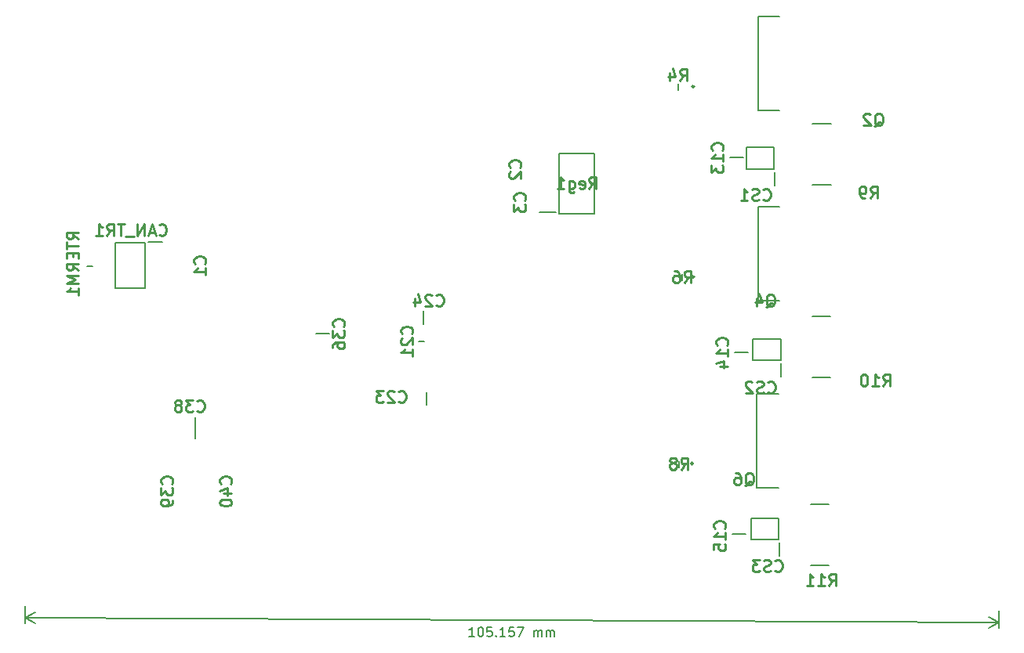
<source format=gbr>
G04 #@! TF.GenerationSoftware,KiCad,Pcbnew,5.0.2+dfsg1-1*
G04 #@! TF.CreationDate,2019-09-30T17:17:48-04:00*
G04 #@! TF.ProjectId,DSC_motor_controller,4453435f-6d6f-4746-9f72-5f636f6e7472,rev?*
G04 #@! TF.SameCoordinates,Original*
G04 #@! TF.FileFunction,Legend,Bot*
G04 #@! TF.FilePolarity,Positive*
%FSLAX46Y46*%
G04 Gerber Fmt 4.6, Leading zero omitted, Abs format (unit mm)*
G04 Created by KiCad (PCBNEW 5.0.2+dfsg1-1) date Mon 30 Sep 2019 05:17:48 PM EDT*
%MOMM*%
%LPD*%
G01*
G04 APERTURE LIST*
%ADD10C,0.150000*%
%ADD11C,0.200000*%
%ADD12C,0.254000*%
G04 APERTURE END LIST*
D10*
X105030821Y-199600004D02*
X104459399Y-199597243D01*
X104745110Y-199598623D02*
X104749941Y-198598635D01*
X104654014Y-198741030D01*
X104558317Y-198835807D01*
X104462850Y-198882966D01*
X105654693Y-198603006D02*
X105749930Y-198603466D01*
X105844936Y-198651545D01*
X105892325Y-198699393D01*
X105939483Y-198794860D01*
X105986182Y-198985564D01*
X105985031Y-199223657D01*
X105936493Y-199413900D01*
X105888414Y-199508907D01*
X105840566Y-199556296D01*
X105745099Y-199603454D01*
X105649862Y-199602994D01*
X105554855Y-199554916D01*
X105507466Y-199507067D01*
X105460308Y-199411600D01*
X105413610Y-199220896D01*
X105414760Y-198982804D01*
X105463298Y-198792560D01*
X105511377Y-198697553D01*
X105559226Y-198650164D01*
X105654693Y-198603006D01*
X106892773Y-198608987D02*
X106416588Y-198606687D01*
X106366670Y-199082641D01*
X106414518Y-199035253D01*
X106509985Y-198988095D01*
X106748078Y-198989245D01*
X106843084Y-199037323D01*
X106890473Y-199085172D01*
X106937631Y-199180639D01*
X106936481Y-199418731D01*
X106888403Y-199513738D01*
X106840554Y-199561127D01*
X106745087Y-199608285D01*
X106506995Y-199607135D01*
X106411988Y-199559056D01*
X106364599Y-199511208D01*
X107364587Y-199516039D02*
X107411976Y-199563887D01*
X107364127Y-199611276D01*
X107316739Y-199563427D01*
X107364587Y-199516039D01*
X107364127Y-199611276D01*
X108364116Y-199616107D02*
X107792694Y-199613346D01*
X108078405Y-199614726D02*
X108083236Y-198614738D01*
X107987309Y-198757133D01*
X107891611Y-198851910D01*
X107796144Y-198899069D01*
X109273698Y-198620489D02*
X108797513Y-198618189D01*
X108747594Y-199094143D01*
X108795443Y-199046755D01*
X108890910Y-198999597D01*
X109129002Y-199000747D01*
X109224009Y-199048825D01*
X109271398Y-199096674D01*
X109318556Y-199192141D01*
X109317406Y-199430233D01*
X109269327Y-199525240D01*
X109221479Y-199572629D01*
X109126012Y-199619787D01*
X108887919Y-199618637D01*
X108792912Y-199570558D01*
X108745524Y-199522710D01*
X109654646Y-198622329D02*
X110321305Y-198625550D01*
X109887907Y-199623468D01*
X111459318Y-199631059D02*
X111462538Y-198964400D01*
X111462078Y-199059637D02*
X111509927Y-199012249D01*
X111605394Y-198965090D01*
X111748249Y-198965781D01*
X111843256Y-199013859D01*
X111890415Y-199109326D01*
X111887884Y-199633130D01*
X111890415Y-199109326D02*
X111938493Y-199014319D01*
X112033960Y-198967161D01*
X112176816Y-198967851D01*
X112271823Y-199015930D01*
X112318981Y-199111397D01*
X112316451Y-199635200D01*
X112792635Y-199637500D02*
X112795856Y-198970841D01*
X112795396Y-199066078D02*
X112843245Y-199018690D01*
X112938712Y-198971532D01*
X113081567Y-198972222D01*
X113176574Y-199020300D01*
X113223732Y-199115767D01*
X113221202Y-199639571D01*
X113223732Y-199115767D02*
X113271811Y-199020760D01*
X113367278Y-198973602D01*
X113510133Y-198974292D01*
X113605140Y-199022371D01*
X113652299Y-199117838D01*
X113649768Y-199641641D01*
X56508859Y-197613197D02*
X161664859Y-198121197D01*
X56515000Y-196342000D02*
X56506026Y-198199611D01*
X161671000Y-196850000D02*
X161662026Y-198707611D01*
X161664859Y-198121197D02*
X160535535Y-198702169D01*
X161664859Y-198121197D02*
X160541201Y-197529341D01*
X56508859Y-197613197D02*
X57632517Y-198205053D01*
X56508859Y-197613197D02*
X57638183Y-197032225D01*
D11*
G04 #@! TO.C,C15*
X134304000Y-188544000D02*
X132904000Y-188544000D01*
D12*
G04 #@! TO.C,Q4*
X128767160Y-160704000D02*
G75*
G03X128767160Y-160704000I-113160J0D01*
G01*
D11*
X135660000Y-163322000D02*
X137991000Y-163322000D01*
X135660000Y-153162000D02*
X137991000Y-153162000D01*
X135660000Y-163322000D02*
X135660000Y-153162000D01*
G04 #@! TO.C,R11*
X143307000Y-191894000D02*
X141307000Y-191894000D01*
X143307000Y-185294000D02*
X141307000Y-185294000D01*
D12*
G04 #@! TO.C,Q6*
X128633160Y-180897000D02*
G75*
G03X128633160Y-180897000I-113160J0D01*
G01*
D11*
X135526000Y-183515000D02*
X137857000Y-183515000D01*
X135526000Y-173355000D02*
X137857000Y-173355000D01*
X135526000Y-183515000D02*
X135526000Y-173355000D01*
D12*
G04 #@! TO.C,Q2*
X128767160Y-140130000D02*
G75*
G03X128767160Y-140130000I-113160J0D01*
G01*
D11*
X135660000Y-142748000D02*
X137991000Y-142748000D01*
X135660000Y-132588000D02*
X137991000Y-132588000D01*
X135660000Y-142748000D02*
X135660000Y-132588000D01*
G04 #@! TO.C,R10*
X143494000Y-171575000D02*
X141494000Y-171575000D01*
X143494000Y-164975000D02*
X141494000Y-164975000D01*
G04 #@! TO.C,R9*
X143554000Y-150746000D02*
X141554000Y-150746000D01*
X143554000Y-144146000D02*
X141554000Y-144146000D01*
G04 #@! TO.C,C38*
X74854000Y-178188000D02*
X74854000Y-175888000D01*
G04 #@! TO.C,C21*
X99014000Y-167678000D02*
X99614000Y-167678000D01*
G04 #@! TO.C,C23*
X99822000Y-173163000D02*
X99822000Y-174563000D01*
G04 #@! TO.C,C24*
X99492000Y-164400000D02*
X99492000Y-165800000D01*
G04 #@! TO.C,Reg1*
X112053000Y-153747000D02*
X113803000Y-153747000D01*
X114153000Y-147372000D02*
X114153000Y-153872000D01*
X118003000Y-147372000D02*
X114153000Y-147372000D01*
X118003000Y-153872000D02*
X118003000Y-147372000D01*
X114153000Y-153872000D02*
X118003000Y-153872000D01*
G04 #@! TO.C,RTERM1*
X63825000Y-159550000D02*
X63175000Y-159550000D01*
G04 #@! TO.C,R8*
X127127000Y-181300000D02*
X127127000Y-180650000D01*
G04 #@! TO.C,R6*
X127470000Y-161107000D02*
X127470000Y-160457000D01*
G04 #@! TO.C,R4*
X127000000Y-140533000D02*
X127000000Y-139883000D01*
G04 #@! TO.C,CS3*
X137948000Y-190910000D02*
X137948000Y-189460000D01*
X134898000Y-189110000D02*
X137898000Y-189110000D01*
X134898000Y-186810000D02*
X134898000Y-189110000D01*
X137898000Y-186810000D02*
X134898000Y-186810000D01*
X137898000Y-189110000D02*
X137898000Y-186810000D01*
G04 #@! TO.C,CS2*
X138138500Y-171545000D02*
X138138500Y-170095000D01*
X135088500Y-169745000D02*
X138088500Y-169745000D01*
X135088500Y-167445000D02*
X135088500Y-169745000D01*
X138088500Y-167445000D02*
X135088500Y-167445000D01*
X138088500Y-169745000D02*
X138088500Y-167445000D01*
G04 #@! TO.C,CS1*
X137440000Y-150841500D02*
X137440000Y-149391500D01*
X134390000Y-149041500D02*
X137390000Y-149041500D01*
X134390000Y-146741500D02*
X134390000Y-149041500D01*
X137390000Y-146741500D02*
X134390000Y-146741500D01*
X137390000Y-149041500D02*
X137390000Y-146741500D01*
G04 #@! TO.C,CAN_TR1*
X71356500Y-156932000D02*
X69831500Y-156932000D01*
X69481500Y-161962000D02*
X69481500Y-157062000D01*
X66281500Y-161962000D02*
X69481500Y-161962000D01*
X66281500Y-157062000D02*
X66281500Y-161962000D01*
X69481500Y-157062000D02*
X66281500Y-157062000D01*
G04 #@! TO.C,C36*
X89346000Y-166878000D02*
X87946000Y-166878000D01*
G04 #@! TO.C,C14*
X134558000Y-168910000D02*
X133158000Y-168910000D01*
G04 #@! TO.C,C13*
X132650000Y-147828000D02*
X134050000Y-147828000D01*
G04 #@! TO.C,C15*
D12*
X132025571Y-187905571D02*
X132086047Y-187845095D01*
X132146523Y-187663666D01*
X132146523Y-187542714D01*
X132086047Y-187361285D01*
X131965095Y-187240333D01*
X131844142Y-187179857D01*
X131602238Y-187119380D01*
X131420809Y-187119380D01*
X131178904Y-187179857D01*
X131057952Y-187240333D01*
X130937000Y-187361285D01*
X130876523Y-187542714D01*
X130876523Y-187663666D01*
X130937000Y-187845095D01*
X130997476Y-187905571D01*
X132146523Y-189115095D02*
X132146523Y-188389380D01*
X132146523Y-188752238D02*
X130876523Y-188752238D01*
X131057952Y-188631285D01*
X131178904Y-188510333D01*
X131239380Y-188389380D01*
X130876523Y-190264142D02*
X130876523Y-189659380D01*
X131481285Y-189598904D01*
X131420809Y-189659380D01*
X131360333Y-189780333D01*
X131360333Y-190082714D01*
X131420809Y-190203666D01*
X131481285Y-190264142D01*
X131602238Y-190324619D01*
X131904619Y-190324619D01*
X132025571Y-190264142D01*
X132086047Y-190203666D01*
X132146523Y-190082714D01*
X132146523Y-189780333D01*
X132086047Y-189659380D01*
X132025571Y-189598904D01*
G04 #@! TO.C,C40*
X78685571Y-183079571D02*
X78746047Y-183019095D01*
X78806523Y-182837666D01*
X78806523Y-182716714D01*
X78746047Y-182535285D01*
X78625095Y-182414333D01*
X78504142Y-182353857D01*
X78262238Y-182293380D01*
X78080809Y-182293380D01*
X77838904Y-182353857D01*
X77717952Y-182414333D01*
X77597000Y-182535285D01*
X77536523Y-182716714D01*
X77536523Y-182837666D01*
X77597000Y-183019095D01*
X77657476Y-183079571D01*
X77959857Y-184168142D02*
X78806523Y-184168142D01*
X77476047Y-183865761D02*
X78383190Y-183563380D01*
X78383190Y-184349571D01*
X77536523Y-185075285D02*
X77536523Y-185196238D01*
X77597000Y-185317190D01*
X77657476Y-185377666D01*
X77778428Y-185438142D01*
X78020333Y-185498619D01*
X78322714Y-185498619D01*
X78564619Y-185438142D01*
X78685571Y-185377666D01*
X78746047Y-185317190D01*
X78806523Y-185196238D01*
X78806523Y-185075285D01*
X78746047Y-184954333D01*
X78685571Y-184893857D01*
X78564619Y-184833380D01*
X78322714Y-184772904D01*
X78020333Y-184772904D01*
X77778428Y-184833380D01*
X77657476Y-184893857D01*
X77597000Y-184954333D01*
X77536523Y-185075285D01*
G04 #@! TO.C,C39*
X72335571Y-183079571D02*
X72396047Y-183019095D01*
X72456523Y-182837666D01*
X72456523Y-182716714D01*
X72396047Y-182535285D01*
X72275095Y-182414333D01*
X72154142Y-182353857D01*
X71912238Y-182293380D01*
X71730809Y-182293380D01*
X71488904Y-182353857D01*
X71367952Y-182414333D01*
X71247000Y-182535285D01*
X71186523Y-182716714D01*
X71186523Y-182837666D01*
X71247000Y-183019095D01*
X71307476Y-183079571D01*
X71186523Y-183502904D02*
X71186523Y-184289095D01*
X71670333Y-183865761D01*
X71670333Y-184047190D01*
X71730809Y-184168142D01*
X71791285Y-184228619D01*
X71912238Y-184289095D01*
X72214619Y-184289095D01*
X72335571Y-184228619D01*
X72396047Y-184168142D01*
X72456523Y-184047190D01*
X72456523Y-183684333D01*
X72396047Y-183563380D01*
X72335571Y-183502904D01*
X72456523Y-184893857D02*
X72456523Y-185135761D01*
X72396047Y-185256714D01*
X72335571Y-185317190D01*
X72154142Y-185438142D01*
X71912238Y-185498619D01*
X71428428Y-185498619D01*
X71307476Y-185438142D01*
X71247000Y-185377666D01*
X71186523Y-185256714D01*
X71186523Y-185014809D01*
X71247000Y-184893857D01*
X71307476Y-184833380D01*
X71428428Y-184772904D01*
X71730809Y-184772904D01*
X71851761Y-184833380D01*
X71912238Y-184893857D01*
X71972714Y-185014809D01*
X71972714Y-185256714D01*
X71912238Y-185377666D01*
X71851761Y-185438142D01*
X71730809Y-185498619D01*
G04 #@! TO.C,C1*
X75891571Y-159300333D02*
X75952047Y-159239857D01*
X76012523Y-159058428D01*
X76012523Y-158937476D01*
X75952047Y-158756047D01*
X75831095Y-158635095D01*
X75710142Y-158574619D01*
X75468238Y-158514142D01*
X75286809Y-158514142D01*
X75044904Y-158574619D01*
X74923952Y-158635095D01*
X74803000Y-158756047D01*
X74742523Y-158937476D01*
X74742523Y-159058428D01*
X74803000Y-159239857D01*
X74863476Y-159300333D01*
X76012523Y-160509857D02*
X76012523Y-159784142D01*
X76012523Y-160147000D02*
X74742523Y-160147000D01*
X74923952Y-160026047D01*
X75044904Y-159905095D01*
X75105380Y-159784142D01*
G04 #@! TO.C,Q4*
X136518952Y-164017476D02*
X136639904Y-163957000D01*
X136760857Y-163836047D01*
X136942285Y-163654619D01*
X137063238Y-163594142D01*
X137184190Y-163594142D01*
X137123714Y-163896523D02*
X137244666Y-163836047D01*
X137365619Y-163715095D01*
X137426095Y-163473190D01*
X137426095Y-163049857D01*
X137365619Y-162807952D01*
X137244666Y-162687000D01*
X137123714Y-162626523D01*
X136881809Y-162626523D01*
X136760857Y-162687000D01*
X136639904Y-162807952D01*
X136579428Y-163049857D01*
X136579428Y-163473190D01*
X136639904Y-163715095D01*
X136760857Y-163836047D01*
X136881809Y-163896523D01*
X137123714Y-163896523D01*
X135490857Y-163049857D02*
X135490857Y-163896523D01*
X135793238Y-162566047D02*
X136095619Y-163473190D01*
X135309428Y-163473190D01*
G04 #@! TO.C,R11*
X143310428Y-194122523D02*
X143733761Y-193517761D01*
X144036142Y-194122523D02*
X144036142Y-192852523D01*
X143552333Y-192852523D01*
X143431380Y-192913000D01*
X143370904Y-192973476D01*
X143310428Y-193094428D01*
X143310428Y-193275857D01*
X143370904Y-193396809D01*
X143431380Y-193457285D01*
X143552333Y-193517761D01*
X144036142Y-193517761D01*
X142100904Y-194122523D02*
X142826619Y-194122523D01*
X142463761Y-194122523D02*
X142463761Y-192852523D01*
X142584714Y-193033952D01*
X142705666Y-193154904D01*
X142826619Y-193215380D01*
X140891380Y-194122523D02*
X141617095Y-194122523D01*
X141254238Y-194122523D02*
X141254238Y-192852523D01*
X141375190Y-193033952D01*
X141496142Y-193154904D01*
X141617095Y-193215380D01*
G04 #@! TO.C,Q6*
X134232952Y-183321476D02*
X134353904Y-183261000D01*
X134474857Y-183140047D01*
X134656285Y-182958619D01*
X134777238Y-182898142D01*
X134898190Y-182898142D01*
X134837714Y-183200523D02*
X134958666Y-183140047D01*
X135079619Y-183019095D01*
X135140095Y-182777190D01*
X135140095Y-182353857D01*
X135079619Y-182111952D01*
X134958666Y-181991000D01*
X134837714Y-181930523D01*
X134595809Y-181930523D01*
X134474857Y-181991000D01*
X134353904Y-182111952D01*
X134293428Y-182353857D01*
X134293428Y-182777190D01*
X134353904Y-183019095D01*
X134474857Y-183140047D01*
X134595809Y-183200523D01*
X134837714Y-183200523D01*
X133204857Y-181930523D02*
X133446761Y-181930523D01*
X133567714Y-181991000D01*
X133628190Y-182051476D01*
X133749142Y-182232904D01*
X133809619Y-182474809D01*
X133809619Y-182958619D01*
X133749142Y-183079571D01*
X133688666Y-183140047D01*
X133567714Y-183200523D01*
X133325809Y-183200523D01*
X133204857Y-183140047D01*
X133144380Y-183079571D01*
X133083904Y-182958619D01*
X133083904Y-182656238D01*
X133144380Y-182535285D01*
X133204857Y-182474809D01*
X133325809Y-182414333D01*
X133567714Y-182414333D01*
X133688666Y-182474809D01*
X133749142Y-182535285D01*
X133809619Y-182656238D01*
G04 #@! TO.C,Q2*
X148202952Y-144459476D02*
X148323904Y-144399000D01*
X148444857Y-144278047D01*
X148626285Y-144096619D01*
X148747238Y-144036142D01*
X148868190Y-144036142D01*
X148807714Y-144338523D02*
X148928666Y-144278047D01*
X149049619Y-144157095D01*
X149110095Y-143915190D01*
X149110095Y-143491857D01*
X149049619Y-143249952D01*
X148928666Y-143129000D01*
X148807714Y-143068523D01*
X148565809Y-143068523D01*
X148444857Y-143129000D01*
X148323904Y-143249952D01*
X148263428Y-143491857D01*
X148263428Y-143915190D01*
X148323904Y-144157095D01*
X148444857Y-144278047D01*
X148565809Y-144338523D01*
X148807714Y-144338523D01*
X147779619Y-143189476D02*
X147719142Y-143129000D01*
X147598190Y-143068523D01*
X147295809Y-143068523D01*
X147174857Y-143129000D01*
X147114380Y-143189476D01*
X147053904Y-143310428D01*
X147053904Y-143431380D01*
X147114380Y-143612809D01*
X147840095Y-144338523D01*
X147053904Y-144338523D01*
G04 #@! TO.C,R10*
X149152428Y-172532523D02*
X149575761Y-171927761D01*
X149878142Y-172532523D02*
X149878142Y-171262523D01*
X149394333Y-171262523D01*
X149273380Y-171323000D01*
X149212904Y-171383476D01*
X149152428Y-171504428D01*
X149152428Y-171685857D01*
X149212904Y-171806809D01*
X149273380Y-171867285D01*
X149394333Y-171927761D01*
X149878142Y-171927761D01*
X147942904Y-172532523D02*
X148668619Y-172532523D01*
X148305761Y-172532523D02*
X148305761Y-171262523D01*
X148426714Y-171443952D01*
X148547666Y-171564904D01*
X148668619Y-171625380D01*
X147156714Y-171262523D02*
X147035761Y-171262523D01*
X146914809Y-171323000D01*
X146854333Y-171383476D01*
X146793857Y-171504428D01*
X146733380Y-171746333D01*
X146733380Y-172048714D01*
X146793857Y-172290619D01*
X146854333Y-172411571D01*
X146914809Y-172472047D01*
X147035761Y-172532523D01*
X147156714Y-172532523D01*
X147277666Y-172472047D01*
X147338142Y-172411571D01*
X147398619Y-172290619D01*
X147459095Y-172048714D01*
X147459095Y-171746333D01*
X147398619Y-171504428D01*
X147338142Y-171383476D01*
X147277666Y-171323000D01*
X147156714Y-171262523D01*
G04 #@! TO.C,R9*
X147785666Y-152212523D02*
X148209000Y-151607761D01*
X148511380Y-152212523D02*
X148511380Y-150942523D01*
X148027571Y-150942523D01*
X147906619Y-151003000D01*
X147846142Y-151063476D01*
X147785666Y-151184428D01*
X147785666Y-151365857D01*
X147846142Y-151486809D01*
X147906619Y-151547285D01*
X148027571Y-151607761D01*
X148511380Y-151607761D01*
X147180904Y-152212523D02*
X146939000Y-152212523D01*
X146818047Y-152152047D01*
X146757571Y-152091571D01*
X146636619Y-151910142D01*
X146576142Y-151668238D01*
X146576142Y-151184428D01*
X146636619Y-151063476D01*
X146697095Y-151003000D01*
X146818047Y-150942523D01*
X147059952Y-150942523D01*
X147180904Y-151003000D01*
X147241380Y-151063476D01*
X147301857Y-151184428D01*
X147301857Y-151486809D01*
X147241380Y-151607761D01*
X147180904Y-151668238D01*
X147059952Y-151728714D01*
X146818047Y-151728714D01*
X146697095Y-151668238D01*
X146636619Y-151607761D01*
X146576142Y-151486809D01*
G04 #@! TO.C,C38*
X75086428Y-175205571D02*
X75146904Y-175266047D01*
X75328333Y-175326523D01*
X75449285Y-175326523D01*
X75630714Y-175266047D01*
X75751666Y-175145095D01*
X75812142Y-175024142D01*
X75872619Y-174782238D01*
X75872619Y-174600809D01*
X75812142Y-174358904D01*
X75751666Y-174237952D01*
X75630714Y-174117000D01*
X75449285Y-174056523D01*
X75328333Y-174056523D01*
X75146904Y-174117000D01*
X75086428Y-174177476D01*
X74663095Y-174056523D02*
X73876904Y-174056523D01*
X74300238Y-174540333D01*
X74118809Y-174540333D01*
X73997857Y-174600809D01*
X73937380Y-174661285D01*
X73876904Y-174782238D01*
X73876904Y-175084619D01*
X73937380Y-175205571D01*
X73997857Y-175266047D01*
X74118809Y-175326523D01*
X74481666Y-175326523D01*
X74602619Y-175266047D01*
X74663095Y-175205571D01*
X73151190Y-174600809D02*
X73272142Y-174540333D01*
X73332619Y-174479857D01*
X73393095Y-174358904D01*
X73393095Y-174298428D01*
X73332619Y-174177476D01*
X73272142Y-174117000D01*
X73151190Y-174056523D01*
X72909285Y-174056523D01*
X72788333Y-174117000D01*
X72727857Y-174177476D01*
X72667380Y-174298428D01*
X72667380Y-174358904D01*
X72727857Y-174479857D01*
X72788333Y-174540333D01*
X72909285Y-174600809D01*
X73151190Y-174600809D01*
X73272142Y-174661285D01*
X73332619Y-174721761D01*
X73393095Y-174842714D01*
X73393095Y-175084619D01*
X73332619Y-175205571D01*
X73272142Y-175266047D01*
X73151190Y-175326523D01*
X72909285Y-175326523D01*
X72788333Y-175266047D01*
X72727857Y-175205571D01*
X72667380Y-175084619D01*
X72667380Y-174842714D01*
X72727857Y-174721761D01*
X72788333Y-174661285D01*
X72909285Y-174600809D01*
G04 #@! TO.C,C3*
X110435571Y-152442333D02*
X110496047Y-152381857D01*
X110556523Y-152200428D01*
X110556523Y-152079476D01*
X110496047Y-151898047D01*
X110375095Y-151777095D01*
X110254142Y-151716619D01*
X110012238Y-151656142D01*
X109830809Y-151656142D01*
X109588904Y-151716619D01*
X109467952Y-151777095D01*
X109347000Y-151898047D01*
X109286523Y-152079476D01*
X109286523Y-152200428D01*
X109347000Y-152381857D01*
X109407476Y-152442333D01*
X109286523Y-152865666D02*
X109286523Y-153651857D01*
X109770333Y-153228523D01*
X109770333Y-153409952D01*
X109830809Y-153530904D01*
X109891285Y-153591380D01*
X110012238Y-153651857D01*
X110314619Y-153651857D01*
X110435571Y-153591380D01*
X110496047Y-153530904D01*
X110556523Y-153409952D01*
X110556523Y-153047095D01*
X110496047Y-152926142D01*
X110435571Y-152865666D01*
G04 #@! TO.C,C2*
X109927571Y-148886333D02*
X109988047Y-148825857D01*
X110048523Y-148644428D01*
X110048523Y-148523476D01*
X109988047Y-148342047D01*
X109867095Y-148221095D01*
X109746142Y-148160619D01*
X109504238Y-148100142D01*
X109322809Y-148100142D01*
X109080904Y-148160619D01*
X108959952Y-148221095D01*
X108839000Y-148342047D01*
X108778523Y-148523476D01*
X108778523Y-148644428D01*
X108839000Y-148825857D01*
X108899476Y-148886333D01*
X108899476Y-149370142D02*
X108839000Y-149430619D01*
X108778523Y-149551571D01*
X108778523Y-149853952D01*
X108839000Y-149974904D01*
X108899476Y-150035380D01*
X109020428Y-150095857D01*
X109141380Y-150095857D01*
X109322809Y-150035380D01*
X110048523Y-149309666D01*
X110048523Y-150095857D01*
G04 #@! TO.C,C21*
X98243571Y-166861571D02*
X98304047Y-166801095D01*
X98364523Y-166619666D01*
X98364523Y-166498714D01*
X98304047Y-166317285D01*
X98183095Y-166196333D01*
X98062142Y-166135857D01*
X97820238Y-166075380D01*
X97638809Y-166075380D01*
X97396904Y-166135857D01*
X97275952Y-166196333D01*
X97155000Y-166317285D01*
X97094523Y-166498714D01*
X97094523Y-166619666D01*
X97155000Y-166801095D01*
X97215476Y-166861571D01*
X97215476Y-167345380D02*
X97155000Y-167405857D01*
X97094523Y-167526809D01*
X97094523Y-167829190D01*
X97155000Y-167950142D01*
X97215476Y-168010619D01*
X97336428Y-168071095D01*
X97457380Y-168071095D01*
X97638809Y-168010619D01*
X98364523Y-167284904D01*
X98364523Y-168071095D01*
X98364523Y-169280619D02*
X98364523Y-168554904D01*
X98364523Y-168917761D02*
X97094523Y-168917761D01*
X97275952Y-168796809D01*
X97396904Y-168675857D01*
X97457380Y-168554904D01*
G04 #@! TO.C,C23*
X96828428Y-174189571D02*
X96888904Y-174250047D01*
X97070333Y-174310523D01*
X97191285Y-174310523D01*
X97372714Y-174250047D01*
X97493666Y-174129095D01*
X97554142Y-174008142D01*
X97614619Y-173766238D01*
X97614619Y-173584809D01*
X97554142Y-173342904D01*
X97493666Y-173221952D01*
X97372714Y-173101000D01*
X97191285Y-173040523D01*
X97070333Y-173040523D01*
X96888904Y-173101000D01*
X96828428Y-173161476D01*
X96344619Y-173161476D02*
X96284142Y-173101000D01*
X96163190Y-173040523D01*
X95860809Y-173040523D01*
X95739857Y-173101000D01*
X95679380Y-173161476D01*
X95618904Y-173282428D01*
X95618904Y-173403380D01*
X95679380Y-173584809D01*
X96405095Y-174310523D01*
X95618904Y-174310523D01*
X95195571Y-173040523D02*
X94409380Y-173040523D01*
X94832714Y-173524333D01*
X94651285Y-173524333D01*
X94530333Y-173584809D01*
X94469857Y-173645285D01*
X94409380Y-173766238D01*
X94409380Y-174068619D01*
X94469857Y-174189571D01*
X94530333Y-174250047D01*
X94651285Y-174310523D01*
X95014142Y-174310523D01*
X95135095Y-174250047D01*
X95195571Y-174189571D01*
G04 #@! TO.C,C24*
X100892428Y-163775571D02*
X100952904Y-163836047D01*
X101134333Y-163896523D01*
X101255285Y-163896523D01*
X101436714Y-163836047D01*
X101557666Y-163715095D01*
X101618142Y-163594142D01*
X101678619Y-163352238D01*
X101678619Y-163170809D01*
X101618142Y-162928904D01*
X101557666Y-162807952D01*
X101436714Y-162687000D01*
X101255285Y-162626523D01*
X101134333Y-162626523D01*
X100952904Y-162687000D01*
X100892428Y-162747476D01*
X100408619Y-162747476D02*
X100348142Y-162687000D01*
X100227190Y-162626523D01*
X99924809Y-162626523D01*
X99803857Y-162687000D01*
X99743380Y-162747476D01*
X99682904Y-162868428D01*
X99682904Y-162989380D01*
X99743380Y-163170809D01*
X100469095Y-163896523D01*
X99682904Y-163896523D01*
X98594333Y-163049857D02*
X98594333Y-163896523D01*
X98896714Y-162566047D02*
X99199095Y-163473190D01*
X98412904Y-163473190D01*
G04 #@! TO.C,Reg1*
X117408476Y-151196523D02*
X117831809Y-150591761D01*
X118134190Y-151196523D02*
X118134190Y-149926523D01*
X117650380Y-149926523D01*
X117529428Y-149987000D01*
X117468952Y-150047476D01*
X117408476Y-150168428D01*
X117408476Y-150349857D01*
X117468952Y-150470809D01*
X117529428Y-150531285D01*
X117650380Y-150591761D01*
X118134190Y-150591761D01*
X116380380Y-151136047D02*
X116501333Y-151196523D01*
X116743238Y-151196523D01*
X116864190Y-151136047D01*
X116924666Y-151015095D01*
X116924666Y-150531285D01*
X116864190Y-150410333D01*
X116743238Y-150349857D01*
X116501333Y-150349857D01*
X116380380Y-150410333D01*
X116319904Y-150531285D01*
X116319904Y-150652238D01*
X116924666Y-150773190D01*
X115231333Y-150349857D02*
X115231333Y-151377952D01*
X115291809Y-151498904D01*
X115352285Y-151559380D01*
X115473238Y-151619857D01*
X115654666Y-151619857D01*
X115775619Y-151559380D01*
X115231333Y-151136047D02*
X115352285Y-151196523D01*
X115594190Y-151196523D01*
X115715142Y-151136047D01*
X115775619Y-151075571D01*
X115836095Y-150954619D01*
X115836095Y-150591761D01*
X115775619Y-150470809D01*
X115715142Y-150410333D01*
X115594190Y-150349857D01*
X115352285Y-150349857D01*
X115231333Y-150410333D01*
X113961333Y-151196523D02*
X114687047Y-151196523D01*
X114324190Y-151196523D02*
X114324190Y-149926523D01*
X114445142Y-150107952D01*
X114566095Y-150228904D01*
X114687047Y-150289380D01*
G04 #@! TO.C,RTERM1*
X62296523Y-156627285D02*
X61691761Y-156203952D01*
X62296523Y-155901571D02*
X61026523Y-155901571D01*
X61026523Y-156385380D01*
X61087000Y-156506333D01*
X61147476Y-156566809D01*
X61268428Y-156627285D01*
X61449857Y-156627285D01*
X61570809Y-156566809D01*
X61631285Y-156506333D01*
X61691761Y-156385380D01*
X61691761Y-155901571D01*
X61026523Y-156990142D02*
X61026523Y-157715857D01*
X62296523Y-157353000D02*
X61026523Y-157353000D01*
X61631285Y-158139190D02*
X61631285Y-158562523D01*
X62296523Y-158743952D02*
X62296523Y-158139190D01*
X61026523Y-158139190D01*
X61026523Y-158743952D01*
X62296523Y-160013952D02*
X61691761Y-159590619D01*
X62296523Y-159288238D02*
X61026523Y-159288238D01*
X61026523Y-159772047D01*
X61087000Y-159893000D01*
X61147476Y-159953476D01*
X61268428Y-160013952D01*
X61449857Y-160013952D01*
X61570809Y-159953476D01*
X61631285Y-159893000D01*
X61691761Y-159772047D01*
X61691761Y-159288238D01*
X62296523Y-160558238D02*
X61026523Y-160558238D01*
X61933666Y-160981571D01*
X61026523Y-161404904D01*
X62296523Y-161404904D01*
X62296523Y-162674904D02*
X62296523Y-161949190D01*
X62296523Y-162312047D02*
X61026523Y-162312047D01*
X61207952Y-162191095D01*
X61328904Y-162070142D01*
X61389380Y-161949190D01*
G04 #@! TO.C,R8*
X127338666Y-181549523D02*
X127762000Y-180944761D01*
X128064380Y-181549523D02*
X128064380Y-180279523D01*
X127580571Y-180279523D01*
X127459619Y-180340000D01*
X127399142Y-180400476D01*
X127338666Y-180521428D01*
X127338666Y-180702857D01*
X127399142Y-180823809D01*
X127459619Y-180884285D01*
X127580571Y-180944761D01*
X128064380Y-180944761D01*
X126612952Y-180823809D02*
X126733904Y-180763333D01*
X126794380Y-180702857D01*
X126854857Y-180581904D01*
X126854857Y-180521428D01*
X126794380Y-180400476D01*
X126733904Y-180340000D01*
X126612952Y-180279523D01*
X126371047Y-180279523D01*
X126250095Y-180340000D01*
X126189619Y-180400476D01*
X126129142Y-180521428D01*
X126129142Y-180581904D01*
X126189619Y-180702857D01*
X126250095Y-180763333D01*
X126371047Y-180823809D01*
X126612952Y-180823809D01*
X126733904Y-180884285D01*
X126794380Y-180944761D01*
X126854857Y-181065714D01*
X126854857Y-181307619D01*
X126794380Y-181428571D01*
X126733904Y-181489047D01*
X126612952Y-181549523D01*
X126371047Y-181549523D01*
X126250095Y-181489047D01*
X126189619Y-181428571D01*
X126129142Y-181307619D01*
X126129142Y-181065714D01*
X126189619Y-180944761D01*
X126250095Y-180884285D01*
X126371047Y-180823809D01*
G04 #@! TO.C,R6*
X127681666Y-161356523D02*
X128105000Y-160751761D01*
X128407380Y-161356523D02*
X128407380Y-160086523D01*
X127923571Y-160086523D01*
X127802619Y-160147000D01*
X127742142Y-160207476D01*
X127681666Y-160328428D01*
X127681666Y-160509857D01*
X127742142Y-160630809D01*
X127802619Y-160691285D01*
X127923571Y-160751761D01*
X128407380Y-160751761D01*
X126593095Y-160086523D02*
X126835000Y-160086523D01*
X126955952Y-160147000D01*
X127016428Y-160207476D01*
X127137380Y-160388904D01*
X127197857Y-160630809D01*
X127197857Y-161114619D01*
X127137380Y-161235571D01*
X127076904Y-161296047D01*
X126955952Y-161356523D01*
X126714047Y-161356523D01*
X126593095Y-161296047D01*
X126532619Y-161235571D01*
X126472142Y-161114619D01*
X126472142Y-160812238D01*
X126532619Y-160691285D01*
X126593095Y-160630809D01*
X126714047Y-160570333D01*
X126955952Y-160570333D01*
X127076904Y-160630809D01*
X127137380Y-160691285D01*
X127197857Y-160812238D01*
G04 #@! TO.C,R4*
X127211666Y-139512523D02*
X127635000Y-138907761D01*
X127937380Y-139512523D02*
X127937380Y-138242523D01*
X127453571Y-138242523D01*
X127332619Y-138303000D01*
X127272142Y-138363476D01*
X127211666Y-138484428D01*
X127211666Y-138665857D01*
X127272142Y-138786809D01*
X127332619Y-138847285D01*
X127453571Y-138907761D01*
X127937380Y-138907761D01*
X126123095Y-138665857D02*
X126123095Y-139512523D01*
X126425476Y-138182047D02*
X126727857Y-139089190D01*
X125941666Y-139089190D01*
G04 #@! TO.C,CS3*
X137468428Y-192477571D02*
X137528904Y-192538047D01*
X137710333Y-192598523D01*
X137831285Y-192598523D01*
X138012714Y-192538047D01*
X138133666Y-192417095D01*
X138194142Y-192296142D01*
X138254619Y-192054238D01*
X138254619Y-191872809D01*
X138194142Y-191630904D01*
X138133666Y-191509952D01*
X138012714Y-191389000D01*
X137831285Y-191328523D01*
X137710333Y-191328523D01*
X137528904Y-191389000D01*
X137468428Y-191449476D01*
X136984619Y-192538047D02*
X136803190Y-192598523D01*
X136500809Y-192598523D01*
X136379857Y-192538047D01*
X136319380Y-192477571D01*
X136258904Y-192356619D01*
X136258904Y-192235666D01*
X136319380Y-192114714D01*
X136379857Y-192054238D01*
X136500809Y-191993761D01*
X136742714Y-191933285D01*
X136863666Y-191872809D01*
X136924142Y-191812333D01*
X136984619Y-191691380D01*
X136984619Y-191570428D01*
X136924142Y-191449476D01*
X136863666Y-191389000D01*
X136742714Y-191328523D01*
X136440333Y-191328523D01*
X136258904Y-191389000D01*
X135835571Y-191328523D02*
X135049380Y-191328523D01*
X135472714Y-191812333D01*
X135291285Y-191812333D01*
X135170333Y-191872809D01*
X135109857Y-191933285D01*
X135049380Y-192054238D01*
X135049380Y-192356619D01*
X135109857Y-192477571D01*
X135170333Y-192538047D01*
X135291285Y-192598523D01*
X135654142Y-192598523D01*
X135775095Y-192538047D01*
X135835571Y-192477571D01*
G04 #@! TO.C,CS2*
X136706428Y-173173571D02*
X136766904Y-173234047D01*
X136948333Y-173294523D01*
X137069285Y-173294523D01*
X137250714Y-173234047D01*
X137371666Y-173113095D01*
X137432142Y-172992142D01*
X137492619Y-172750238D01*
X137492619Y-172568809D01*
X137432142Y-172326904D01*
X137371666Y-172205952D01*
X137250714Y-172085000D01*
X137069285Y-172024523D01*
X136948333Y-172024523D01*
X136766904Y-172085000D01*
X136706428Y-172145476D01*
X136222619Y-173234047D02*
X136041190Y-173294523D01*
X135738809Y-173294523D01*
X135617857Y-173234047D01*
X135557380Y-173173571D01*
X135496904Y-173052619D01*
X135496904Y-172931666D01*
X135557380Y-172810714D01*
X135617857Y-172750238D01*
X135738809Y-172689761D01*
X135980714Y-172629285D01*
X136101666Y-172568809D01*
X136162142Y-172508333D01*
X136222619Y-172387380D01*
X136222619Y-172266428D01*
X136162142Y-172145476D01*
X136101666Y-172085000D01*
X135980714Y-172024523D01*
X135678333Y-172024523D01*
X135496904Y-172085000D01*
X135013095Y-172145476D02*
X134952619Y-172085000D01*
X134831666Y-172024523D01*
X134529285Y-172024523D01*
X134408333Y-172085000D01*
X134347857Y-172145476D01*
X134287380Y-172266428D01*
X134287380Y-172387380D01*
X134347857Y-172568809D01*
X135073571Y-173294523D01*
X134287380Y-173294523D01*
G04 #@! TO.C,CS1*
X136198428Y-152345571D02*
X136258904Y-152406047D01*
X136440333Y-152466523D01*
X136561285Y-152466523D01*
X136742714Y-152406047D01*
X136863666Y-152285095D01*
X136924142Y-152164142D01*
X136984619Y-151922238D01*
X136984619Y-151740809D01*
X136924142Y-151498904D01*
X136863666Y-151377952D01*
X136742714Y-151257000D01*
X136561285Y-151196523D01*
X136440333Y-151196523D01*
X136258904Y-151257000D01*
X136198428Y-151317476D01*
X135714619Y-152406047D02*
X135533190Y-152466523D01*
X135230809Y-152466523D01*
X135109857Y-152406047D01*
X135049380Y-152345571D01*
X134988904Y-152224619D01*
X134988904Y-152103666D01*
X135049380Y-151982714D01*
X135109857Y-151922238D01*
X135230809Y-151861761D01*
X135472714Y-151801285D01*
X135593666Y-151740809D01*
X135654142Y-151680333D01*
X135714619Y-151559380D01*
X135714619Y-151438428D01*
X135654142Y-151317476D01*
X135593666Y-151257000D01*
X135472714Y-151196523D01*
X135170333Y-151196523D01*
X134988904Y-151257000D01*
X133779380Y-152466523D02*
X134505095Y-152466523D01*
X134142238Y-152466523D02*
X134142238Y-151196523D01*
X134263190Y-151377952D01*
X134384142Y-151498904D01*
X134505095Y-151559380D01*
G04 #@! TO.C,CAN_TR1*
X70968809Y-156155571D02*
X71029285Y-156216047D01*
X71210714Y-156276523D01*
X71331666Y-156276523D01*
X71513095Y-156216047D01*
X71634047Y-156095095D01*
X71694523Y-155974142D01*
X71755000Y-155732238D01*
X71755000Y-155550809D01*
X71694523Y-155308904D01*
X71634047Y-155187952D01*
X71513095Y-155067000D01*
X71331666Y-155006523D01*
X71210714Y-155006523D01*
X71029285Y-155067000D01*
X70968809Y-155127476D01*
X70485000Y-155913666D02*
X69880238Y-155913666D01*
X70605952Y-156276523D02*
X70182619Y-155006523D01*
X69759285Y-156276523D01*
X69335952Y-156276523D02*
X69335952Y-155006523D01*
X68610238Y-156276523D01*
X68610238Y-155006523D01*
X68307857Y-156397476D02*
X67340238Y-156397476D01*
X67219285Y-155006523D02*
X66493571Y-155006523D01*
X66856428Y-156276523D02*
X66856428Y-155006523D01*
X65344523Y-156276523D02*
X65767857Y-155671761D01*
X66070238Y-156276523D02*
X66070238Y-155006523D01*
X65586428Y-155006523D01*
X65465476Y-155067000D01*
X65405000Y-155127476D01*
X65344523Y-155248428D01*
X65344523Y-155429857D01*
X65405000Y-155550809D01*
X65465476Y-155611285D01*
X65586428Y-155671761D01*
X66070238Y-155671761D01*
X64135000Y-156276523D02*
X64860714Y-156276523D01*
X64497857Y-156276523D02*
X64497857Y-155006523D01*
X64618809Y-155187952D01*
X64739761Y-155308904D01*
X64860714Y-155369380D01*
G04 #@! TO.C,C36*
X90877571Y-166061571D02*
X90938047Y-166001095D01*
X90998523Y-165819666D01*
X90998523Y-165698714D01*
X90938047Y-165517285D01*
X90817095Y-165396333D01*
X90696142Y-165335857D01*
X90454238Y-165275380D01*
X90272809Y-165275380D01*
X90030904Y-165335857D01*
X89909952Y-165396333D01*
X89789000Y-165517285D01*
X89728523Y-165698714D01*
X89728523Y-165819666D01*
X89789000Y-166001095D01*
X89849476Y-166061571D01*
X89728523Y-166484904D02*
X89728523Y-167271095D01*
X90212333Y-166847761D01*
X90212333Y-167029190D01*
X90272809Y-167150142D01*
X90333285Y-167210619D01*
X90454238Y-167271095D01*
X90756619Y-167271095D01*
X90877571Y-167210619D01*
X90938047Y-167150142D01*
X90998523Y-167029190D01*
X90998523Y-166666333D01*
X90938047Y-166545380D01*
X90877571Y-166484904D01*
X89728523Y-168359666D02*
X89728523Y-168117761D01*
X89789000Y-167996809D01*
X89849476Y-167936333D01*
X90030904Y-167815380D01*
X90272809Y-167754904D01*
X90756619Y-167754904D01*
X90877571Y-167815380D01*
X90938047Y-167875857D01*
X90998523Y-167996809D01*
X90998523Y-168238714D01*
X90938047Y-168359666D01*
X90877571Y-168420142D01*
X90756619Y-168480619D01*
X90454238Y-168480619D01*
X90333285Y-168420142D01*
X90272809Y-168359666D01*
X90212333Y-168238714D01*
X90212333Y-167996809D01*
X90272809Y-167875857D01*
X90333285Y-167815380D01*
X90454238Y-167754904D01*
G04 #@! TO.C,C14*
X132279571Y-168093571D02*
X132340047Y-168033095D01*
X132400523Y-167851666D01*
X132400523Y-167730714D01*
X132340047Y-167549285D01*
X132219095Y-167428333D01*
X132098142Y-167367857D01*
X131856238Y-167307380D01*
X131674809Y-167307380D01*
X131432904Y-167367857D01*
X131311952Y-167428333D01*
X131191000Y-167549285D01*
X131130523Y-167730714D01*
X131130523Y-167851666D01*
X131191000Y-168033095D01*
X131251476Y-168093571D01*
X132400523Y-169303095D02*
X132400523Y-168577380D01*
X132400523Y-168940238D02*
X131130523Y-168940238D01*
X131311952Y-168819285D01*
X131432904Y-168698333D01*
X131493380Y-168577380D01*
X131553857Y-170391666D02*
X132400523Y-170391666D01*
X131070047Y-170089285D02*
X131977190Y-169786904D01*
X131977190Y-170573095D01*
G04 #@! TO.C,C13*
X131771571Y-147011571D02*
X131832047Y-146951095D01*
X131892523Y-146769666D01*
X131892523Y-146648714D01*
X131832047Y-146467285D01*
X131711095Y-146346333D01*
X131590142Y-146285857D01*
X131348238Y-146225380D01*
X131166809Y-146225380D01*
X130924904Y-146285857D01*
X130803952Y-146346333D01*
X130683000Y-146467285D01*
X130622523Y-146648714D01*
X130622523Y-146769666D01*
X130683000Y-146951095D01*
X130743476Y-147011571D01*
X131892523Y-148221095D02*
X131892523Y-147495380D01*
X131892523Y-147858238D02*
X130622523Y-147858238D01*
X130803952Y-147737285D01*
X130924904Y-147616333D01*
X130985380Y-147495380D01*
X130622523Y-148644428D02*
X130622523Y-149430619D01*
X131106333Y-149007285D01*
X131106333Y-149188714D01*
X131166809Y-149309666D01*
X131227285Y-149370142D01*
X131348238Y-149430619D01*
X131650619Y-149430619D01*
X131771571Y-149370142D01*
X131832047Y-149309666D01*
X131892523Y-149188714D01*
X131892523Y-148825857D01*
X131832047Y-148704904D01*
X131771571Y-148644428D01*
G04 #@! TD*
M02*

</source>
